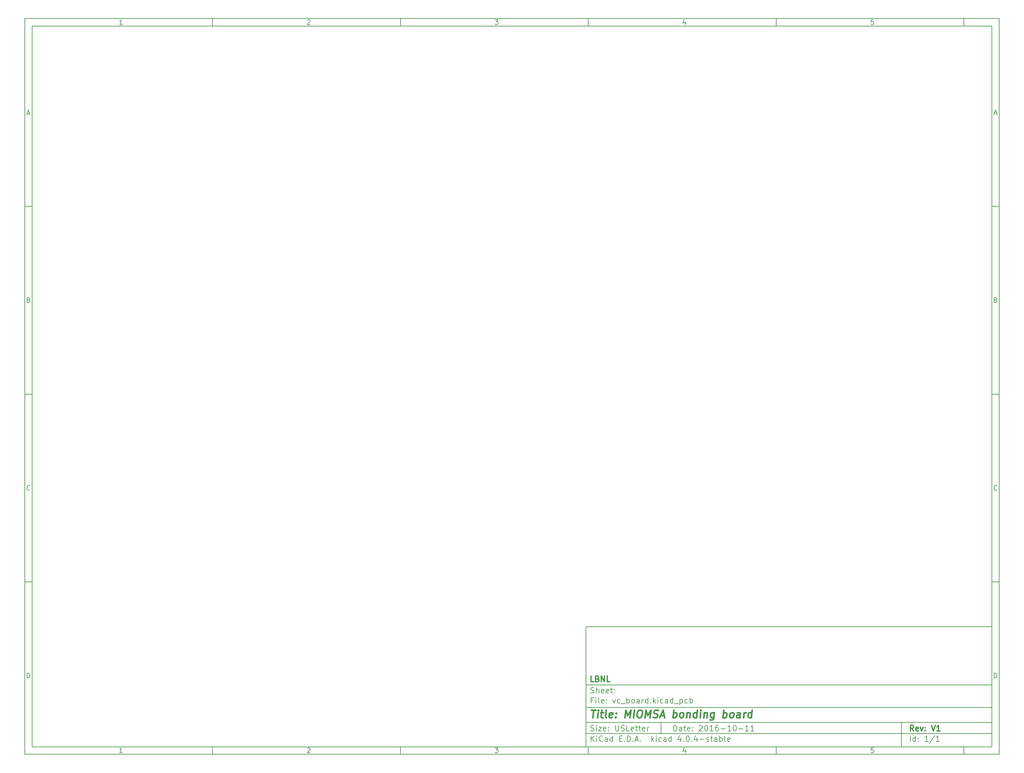
<source format=gbr>
G04 #@! TF.FileFunction,Paste,Bot*
%FSLAX46Y46*%
G04 Gerber Fmt 4.6, Leading zero omitted, Abs format (unit mm)*
G04 Created by KiCad (PCBNEW 4.0.4-stable) date 2016 October 17, Monday 14:47:50*
%MOMM*%
%LPD*%
G01*
G04 APERTURE LIST*
%ADD10C,0.100000*%
%ADD11C,0.150000*%
%ADD12C,0.300000*%
%ADD13C,0.400000*%
G04 APERTURE END LIST*
D10*
D11*
X159400000Y-171900000D02*
X159400000Y-203900000D01*
X267400000Y-203900000D01*
X267400000Y-171900000D01*
X159400000Y-171900000D01*
D10*
D11*
X10000000Y-10000000D02*
X10000000Y-205900000D01*
X269400000Y-205900000D01*
X269400000Y-10000000D01*
X10000000Y-10000000D01*
D10*
D11*
X12000000Y-12000000D02*
X12000000Y-203900000D01*
X267400000Y-203900000D01*
X267400000Y-12000000D01*
X12000000Y-12000000D01*
D10*
D11*
X60000000Y-12000000D02*
X60000000Y-10000000D01*
D10*
D11*
X110000000Y-12000000D02*
X110000000Y-10000000D01*
D10*
D11*
X160000000Y-12000000D02*
X160000000Y-10000000D01*
D10*
D11*
X210000000Y-12000000D02*
X210000000Y-10000000D01*
D10*
D11*
X260000000Y-12000000D02*
X260000000Y-10000000D01*
D10*
D11*
X35990476Y-11588095D02*
X35247619Y-11588095D01*
X35619048Y-11588095D02*
X35619048Y-10288095D01*
X35495238Y-10473810D01*
X35371429Y-10597619D01*
X35247619Y-10659524D01*
D10*
D11*
X85247619Y-10411905D02*
X85309524Y-10350000D01*
X85433333Y-10288095D01*
X85742857Y-10288095D01*
X85866667Y-10350000D01*
X85928571Y-10411905D01*
X85990476Y-10535714D01*
X85990476Y-10659524D01*
X85928571Y-10845238D01*
X85185714Y-11588095D01*
X85990476Y-11588095D01*
D10*
D11*
X135185714Y-10288095D02*
X135990476Y-10288095D01*
X135557143Y-10783333D01*
X135742857Y-10783333D01*
X135866667Y-10845238D01*
X135928571Y-10907143D01*
X135990476Y-11030952D01*
X135990476Y-11340476D01*
X135928571Y-11464286D01*
X135866667Y-11526190D01*
X135742857Y-11588095D01*
X135371429Y-11588095D01*
X135247619Y-11526190D01*
X135185714Y-11464286D01*
D10*
D11*
X185866667Y-10721429D02*
X185866667Y-11588095D01*
X185557143Y-10226190D02*
X185247619Y-11154762D01*
X186052381Y-11154762D01*
D10*
D11*
X235928571Y-10288095D02*
X235309524Y-10288095D01*
X235247619Y-10907143D01*
X235309524Y-10845238D01*
X235433333Y-10783333D01*
X235742857Y-10783333D01*
X235866667Y-10845238D01*
X235928571Y-10907143D01*
X235990476Y-11030952D01*
X235990476Y-11340476D01*
X235928571Y-11464286D01*
X235866667Y-11526190D01*
X235742857Y-11588095D01*
X235433333Y-11588095D01*
X235309524Y-11526190D01*
X235247619Y-11464286D01*
D10*
D11*
X60000000Y-203900000D02*
X60000000Y-205900000D01*
D10*
D11*
X110000000Y-203900000D02*
X110000000Y-205900000D01*
D10*
D11*
X160000000Y-203900000D02*
X160000000Y-205900000D01*
D10*
D11*
X210000000Y-203900000D02*
X210000000Y-205900000D01*
D10*
D11*
X260000000Y-203900000D02*
X260000000Y-205900000D01*
D10*
D11*
X35990476Y-205488095D02*
X35247619Y-205488095D01*
X35619048Y-205488095D02*
X35619048Y-204188095D01*
X35495238Y-204373810D01*
X35371429Y-204497619D01*
X35247619Y-204559524D01*
D10*
D11*
X85247619Y-204311905D02*
X85309524Y-204250000D01*
X85433333Y-204188095D01*
X85742857Y-204188095D01*
X85866667Y-204250000D01*
X85928571Y-204311905D01*
X85990476Y-204435714D01*
X85990476Y-204559524D01*
X85928571Y-204745238D01*
X85185714Y-205488095D01*
X85990476Y-205488095D01*
D10*
D11*
X135185714Y-204188095D02*
X135990476Y-204188095D01*
X135557143Y-204683333D01*
X135742857Y-204683333D01*
X135866667Y-204745238D01*
X135928571Y-204807143D01*
X135990476Y-204930952D01*
X135990476Y-205240476D01*
X135928571Y-205364286D01*
X135866667Y-205426190D01*
X135742857Y-205488095D01*
X135371429Y-205488095D01*
X135247619Y-205426190D01*
X135185714Y-205364286D01*
D10*
D11*
X185866667Y-204621429D02*
X185866667Y-205488095D01*
X185557143Y-204126190D02*
X185247619Y-205054762D01*
X186052381Y-205054762D01*
D10*
D11*
X235928571Y-204188095D02*
X235309524Y-204188095D01*
X235247619Y-204807143D01*
X235309524Y-204745238D01*
X235433333Y-204683333D01*
X235742857Y-204683333D01*
X235866667Y-204745238D01*
X235928571Y-204807143D01*
X235990476Y-204930952D01*
X235990476Y-205240476D01*
X235928571Y-205364286D01*
X235866667Y-205426190D01*
X235742857Y-205488095D01*
X235433333Y-205488095D01*
X235309524Y-205426190D01*
X235247619Y-205364286D01*
D10*
D11*
X10000000Y-60000000D02*
X12000000Y-60000000D01*
D10*
D11*
X10000000Y-110000000D02*
X12000000Y-110000000D01*
D10*
D11*
X10000000Y-160000000D02*
X12000000Y-160000000D01*
D10*
D11*
X10690476Y-35216667D02*
X11309524Y-35216667D01*
X10566667Y-35588095D02*
X11000000Y-34288095D01*
X11433333Y-35588095D01*
D10*
D11*
X11092857Y-84907143D02*
X11278571Y-84969048D01*
X11340476Y-85030952D01*
X11402381Y-85154762D01*
X11402381Y-85340476D01*
X11340476Y-85464286D01*
X11278571Y-85526190D01*
X11154762Y-85588095D01*
X10659524Y-85588095D01*
X10659524Y-84288095D01*
X11092857Y-84288095D01*
X11216667Y-84350000D01*
X11278571Y-84411905D01*
X11340476Y-84535714D01*
X11340476Y-84659524D01*
X11278571Y-84783333D01*
X11216667Y-84845238D01*
X11092857Y-84907143D01*
X10659524Y-84907143D01*
D10*
D11*
X11402381Y-135464286D02*
X11340476Y-135526190D01*
X11154762Y-135588095D01*
X11030952Y-135588095D01*
X10845238Y-135526190D01*
X10721429Y-135402381D01*
X10659524Y-135278571D01*
X10597619Y-135030952D01*
X10597619Y-134845238D01*
X10659524Y-134597619D01*
X10721429Y-134473810D01*
X10845238Y-134350000D01*
X11030952Y-134288095D01*
X11154762Y-134288095D01*
X11340476Y-134350000D01*
X11402381Y-134411905D01*
D10*
D11*
X10659524Y-185588095D02*
X10659524Y-184288095D01*
X10969048Y-184288095D01*
X11154762Y-184350000D01*
X11278571Y-184473810D01*
X11340476Y-184597619D01*
X11402381Y-184845238D01*
X11402381Y-185030952D01*
X11340476Y-185278571D01*
X11278571Y-185402381D01*
X11154762Y-185526190D01*
X10969048Y-185588095D01*
X10659524Y-185588095D01*
D10*
D11*
X269400000Y-60000000D02*
X267400000Y-60000000D01*
D10*
D11*
X269400000Y-110000000D02*
X267400000Y-110000000D01*
D10*
D11*
X269400000Y-160000000D02*
X267400000Y-160000000D01*
D10*
D11*
X268090476Y-35216667D02*
X268709524Y-35216667D01*
X267966667Y-35588095D02*
X268400000Y-34288095D01*
X268833333Y-35588095D01*
D10*
D11*
X268492857Y-84907143D02*
X268678571Y-84969048D01*
X268740476Y-85030952D01*
X268802381Y-85154762D01*
X268802381Y-85340476D01*
X268740476Y-85464286D01*
X268678571Y-85526190D01*
X268554762Y-85588095D01*
X268059524Y-85588095D01*
X268059524Y-84288095D01*
X268492857Y-84288095D01*
X268616667Y-84350000D01*
X268678571Y-84411905D01*
X268740476Y-84535714D01*
X268740476Y-84659524D01*
X268678571Y-84783333D01*
X268616667Y-84845238D01*
X268492857Y-84907143D01*
X268059524Y-84907143D01*
D10*
D11*
X268802381Y-135464286D02*
X268740476Y-135526190D01*
X268554762Y-135588095D01*
X268430952Y-135588095D01*
X268245238Y-135526190D01*
X268121429Y-135402381D01*
X268059524Y-135278571D01*
X267997619Y-135030952D01*
X267997619Y-134845238D01*
X268059524Y-134597619D01*
X268121429Y-134473810D01*
X268245238Y-134350000D01*
X268430952Y-134288095D01*
X268554762Y-134288095D01*
X268740476Y-134350000D01*
X268802381Y-134411905D01*
D10*
D11*
X268059524Y-185588095D02*
X268059524Y-184288095D01*
X268369048Y-184288095D01*
X268554762Y-184350000D01*
X268678571Y-184473810D01*
X268740476Y-184597619D01*
X268802381Y-184845238D01*
X268802381Y-185030952D01*
X268740476Y-185278571D01*
X268678571Y-185402381D01*
X268554762Y-185526190D01*
X268369048Y-185588095D01*
X268059524Y-185588095D01*
D10*
D11*
X182757143Y-199678571D02*
X182757143Y-198178571D01*
X183114286Y-198178571D01*
X183328571Y-198250000D01*
X183471429Y-198392857D01*
X183542857Y-198535714D01*
X183614286Y-198821429D01*
X183614286Y-199035714D01*
X183542857Y-199321429D01*
X183471429Y-199464286D01*
X183328571Y-199607143D01*
X183114286Y-199678571D01*
X182757143Y-199678571D01*
X184900000Y-199678571D02*
X184900000Y-198892857D01*
X184828571Y-198750000D01*
X184685714Y-198678571D01*
X184400000Y-198678571D01*
X184257143Y-198750000D01*
X184900000Y-199607143D02*
X184757143Y-199678571D01*
X184400000Y-199678571D01*
X184257143Y-199607143D01*
X184185714Y-199464286D01*
X184185714Y-199321429D01*
X184257143Y-199178571D01*
X184400000Y-199107143D01*
X184757143Y-199107143D01*
X184900000Y-199035714D01*
X185400000Y-198678571D02*
X185971429Y-198678571D01*
X185614286Y-198178571D02*
X185614286Y-199464286D01*
X185685714Y-199607143D01*
X185828572Y-199678571D01*
X185971429Y-199678571D01*
X187042857Y-199607143D02*
X186900000Y-199678571D01*
X186614286Y-199678571D01*
X186471429Y-199607143D01*
X186400000Y-199464286D01*
X186400000Y-198892857D01*
X186471429Y-198750000D01*
X186614286Y-198678571D01*
X186900000Y-198678571D01*
X187042857Y-198750000D01*
X187114286Y-198892857D01*
X187114286Y-199035714D01*
X186400000Y-199178571D01*
X187757143Y-199535714D02*
X187828571Y-199607143D01*
X187757143Y-199678571D01*
X187685714Y-199607143D01*
X187757143Y-199535714D01*
X187757143Y-199678571D01*
X187757143Y-198750000D02*
X187828571Y-198821429D01*
X187757143Y-198892857D01*
X187685714Y-198821429D01*
X187757143Y-198750000D01*
X187757143Y-198892857D01*
X189542857Y-198321429D02*
X189614286Y-198250000D01*
X189757143Y-198178571D01*
X190114286Y-198178571D01*
X190257143Y-198250000D01*
X190328572Y-198321429D01*
X190400000Y-198464286D01*
X190400000Y-198607143D01*
X190328572Y-198821429D01*
X189471429Y-199678571D01*
X190400000Y-199678571D01*
X191328571Y-198178571D02*
X191471428Y-198178571D01*
X191614285Y-198250000D01*
X191685714Y-198321429D01*
X191757143Y-198464286D01*
X191828571Y-198750000D01*
X191828571Y-199107143D01*
X191757143Y-199392857D01*
X191685714Y-199535714D01*
X191614285Y-199607143D01*
X191471428Y-199678571D01*
X191328571Y-199678571D01*
X191185714Y-199607143D01*
X191114285Y-199535714D01*
X191042857Y-199392857D01*
X190971428Y-199107143D01*
X190971428Y-198750000D01*
X191042857Y-198464286D01*
X191114285Y-198321429D01*
X191185714Y-198250000D01*
X191328571Y-198178571D01*
X193257142Y-199678571D02*
X192399999Y-199678571D01*
X192828571Y-199678571D02*
X192828571Y-198178571D01*
X192685714Y-198392857D01*
X192542856Y-198535714D01*
X192399999Y-198607143D01*
X194542856Y-198178571D02*
X194257142Y-198178571D01*
X194114285Y-198250000D01*
X194042856Y-198321429D01*
X193899999Y-198535714D01*
X193828570Y-198821429D01*
X193828570Y-199392857D01*
X193899999Y-199535714D01*
X193971427Y-199607143D01*
X194114285Y-199678571D01*
X194399999Y-199678571D01*
X194542856Y-199607143D01*
X194614285Y-199535714D01*
X194685713Y-199392857D01*
X194685713Y-199035714D01*
X194614285Y-198892857D01*
X194542856Y-198821429D01*
X194399999Y-198750000D01*
X194114285Y-198750000D01*
X193971427Y-198821429D01*
X193899999Y-198892857D01*
X193828570Y-199035714D01*
X195328570Y-199107143D02*
X196471427Y-199107143D01*
X197971427Y-199678571D02*
X197114284Y-199678571D01*
X197542856Y-199678571D02*
X197542856Y-198178571D01*
X197399999Y-198392857D01*
X197257141Y-198535714D01*
X197114284Y-198607143D01*
X198899998Y-198178571D02*
X199042855Y-198178571D01*
X199185712Y-198250000D01*
X199257141Y-198321429D01*
X199328570Y-198464286D01*
X199399998Y-198750000D01*
X199399998Y-199107143D01*
X199328570Y-199392857D01*
X199257141Y-199535714D01*
X199185712Y-199607143D01*
X199042855Y-199678571D01*
X198899998Y-199678571D01*
X198757141Y-199607143D01*
X198685712Y-199535714D01*
X198614284Y-199392857D01*
X198542855Y-199107143D01*
X198542855Y-198750000D01*
X198614284Y-198464286D01*
X198685712Y-198321429D01*
X198757141Y-198250000D01*
X198899998Y-198178571D01*
X200042855Y-199107143D02*
X201185712Y-199107143D01*
X202685712Y-199678571D02*
X201828569Y-199678571D01*
X202257141Y-199678571D02*
X202257141Y-198178571D01*
X202114284Y-198392857D01*
X201971426Y-198535714D01*
X201828569Y-198607143D01*
X204114283Y-199678571D02*
X203257140Y-199678571D01*
X203685712Y-199678571D02*
X203685712Y-198178571D01*
X203542855Y-198392857D01*
X203399997Y-198535714D01*
X203257140Y-198607143D01*
D10*
D11*
X159400000Y-200400000D02*
X267400000Y-200400000D01*
D10*
D11*
X160757143Y-202478571D02*
X160757143Y-200978571D01*
X161614286Y-202478571D02*
X160971429Y-201621429D01*
X161614286Y-200978571D02*
X160757143Y-201835714D01*
X162257143Y-202478571D02*
X162257143Y-201478571D01*
X162257143Y-200978571D02*
X162185714Y-201050000D01*
X162257143Y-201121429D01*
X162328571Y-201050000D01*
X162257143Y-200978571D01*
X162257143Y-201121429D01*
X163828572Y-202335714D02*
X163757143Y-202407143D01*
X163542857Y-202478571D01*
X163400000Y-202478571D01*
X163185715Y-202407143D01*
X163042857Y-202264286D01*
X162971429Y-202121429D01*
X162900000Y-201835714D01*
X162900000Y-201621429D01*
X162971429Y-201335714D01*
X163042857Y-201192857D01*
X163185715Y-201050000D01*
X163400000Y-200978571D01*
X163542857Y-200978571D01*
X163757143Y-201050000D01*
X163828572Y-201121429D01*
X165114286Y-202478571D02*
X165114286Y-201692857D01*
X165042857Y-201550000D01*
X164900000Y-201478571D01*
X164614286Y-201478571D01*
X164471429Y-201550000D01*
X165114286Y-202407143D02*
X164971429Y-202478571D01*
X164614286Y-202478571D01*
X164471429Y-202407143D01*
X164400000Y-202264286D01*
X164400000Y-202121429D01*
X164471429Y-201978571D01*
X164614286Y-201907143D01*
X164971429Y-201907143D01*
X165114286Y-201835714D01*
X166471429Y-202478571D02*
X166471429Y-200978571D01*
X166471429Y-202407143D02*
X166328572Y-202478571D01*
X166042858Y-202478571D01*
X165900000Y-202407143D01*
X165828572Y-202335714D01*
X165757143Y-202192857D01*
X165757143Y-201764286D01*
X165828572Y-201621429D01*
X165900000Y-201550000D01*
X166042858Y-201478571D01*
X166328572Y-201478571D01*
X166471429Y-201550000D01*
X168328572Y-201692857D02*
X168828572Y-201692857D01*
X169042858Y-202478571D02*
X168328572Y-202478571D01*
X168328572Y-200978571D01*
X169042858Y-200978571D01*
X169685715Y-202335714D02*
X169757143Y-202407143D01*
X169685715Y-202478571D01*
X169614286Y-202407143D01*
X169685715Y-202335714D01*
X169685715Y-202478571D01*
X170400001Y-202478571D02*
X170400001Y-200978571D01*
X170757144Y-200978571D01*
X170971429Y-201050000D01*
X171114287Y-201192857D01*
X171185715Y-201335714D01*
X171257144Y-201621429D01*
X171257144Y-201835714D01*
X171185715Y-202121429D01*
X171114287Y-202264286D01*
X170971429Y-202407143D01*
X170757144Y-202478571D01*
X170400001Y-202478571D01*
X171900001Y-202335714D02*
X171971429Y-202407143D01*
X171900001Y-202478571D01*
X171828572Y-202407143D01*
X171900001Y-202335714D01*
X171900001Y-202478571D01*
X172542858Y-202050000D02*
X173257144Y-202050000D01*
X172400001Y-202478571D02*
X172900001Y-200978571D01*
X173400001Y-202478571D01*
X173900001Y-202335714D02*
X173971429Y-202407143D01*
X173900001Y-202478571D01*
X173828572Y-202407143D01*
X173900001Y-202335714D01*
X173900001Y-202478571D01*
X176900001Y-202478571D02*
X176900001Y-200978571D01*
X177042858Y-201907143D02*
X177471429Y-202478571D01*
X177471429Y-201478571D02*
X176900001Y-202050000D01*
X178114287Y-202478571D02*
X178114287Y-201478571D01*
X178114287Y-200978571D02*
X178042858Y-201050000D01*
X178114287Y-201121429D01*
X178185715Y-201050000D01*
X178114287Y-200978571D01*
X178114287Y-201121429D01*
X179471430Y-202407143D02*
X179328573Y-202478571D01*
X179042859Y-202478571D01*
X178900001Y-202407143D01*
X178828573Y-202335714D01*
X178757144Y-202192857D01*
X178757144Y-201764286D01*
X178828573Y-201621429D01*
X178900001Y-201550000D01*
X179042859Y-201478571D01*
X179328573Y-201478571D01*
X179471430Y-201550000D01*
X180757144Y-202478571D02*
X180757144Y-201692857D01*
X180685715Y-201550000D01*
X180542858Y-201478571D01*
X180257144Y-201478571D01*
X180114287Y-201550000D01*
X180757144Y-202407143D02*
X180614287Y-202478571D01*
X180257144Y-202478571D01*
X180114287Y-202407143D01*
X180042858Y-202264286D01*
X180042858Y-202121429D01*
X180114287Y-201978571D01*
X180257144Y-201907143D01*
X180614287Y-201907143D01*
X180757144Y-201835714D01*
X182114287Y-202478571D02*
X182114287Y-200978571D01*
X182114287Y-202407143D02*
X181971430Y-202478571D01*
X181685716Y-202478571D01*
X181542858Y-202407143D01*
X181471430Y-202335714D01*
X181400001Y-202192857D01*
X181400001Y-201764286D01*
X181471430Y-201621429D01*
X181542858Y-201550000D01*
X181685716Y-201478571D01*
X181971430Y-201478571D01*
X182114287Y-201550000D01*
X184614287Y-201478571D02*
X184614287Y-202478571D01*
X184257144Y-200907143D02*
X183900001Y-201978571D01*
X184828573Y-201978571D01*
X185400001Y-202335714D02*
X185471429Y-202407143D01*
X185400001Y-202478571D01*
X185328572Y-202407143D01*
X185400001Y-202335714D01*
X185400001Y-202478571D01*
X186400001Y-200978571D02*
X186542858Y-200978571D01*
X186685715Y-201050000D01*
X186757144Y-201121429D01*
X186828573Y-201264286D01*
X186900001Y-201550000D01*
X186900001Y-201907143D01*
X186828573Y-202192857D01*
X186757144Y-202335714D01*
X186685715Y-202407143D01*
X186542858Y-202478571D01*
X186400001Y-202478571D01*
X186257144Y-202407143D01*
X186185715Y-202335714D01*
X186114287Y-202192857D01*
X186042858Y-201907143D01*
X186042858Y-201550000D01*
X186114287Y-201264286D01*
X186185715Y-201121429D01*
X186257144Y-201050000D01*
X186400001Y-200978571D01*
X187542858Y-202335714D02*
X187614286Y-202407143D01*
X187542858Y-202478571D01*
X187471429Y-202407143D01*
X187542858Y-202335714D01*
X187542858Y-202478571D01*
X188900001Y-201478571D02*
X188900001Y-202478571D01*
X188542858Y-200907143D02*
X188185715Y-201978571D01*
X189114287Y-201978571D01*
X189685715Y-201907143D02*
X190828572Y-201907143D01*
X191471429Y-202407143D02*
X191614286Y-202478571D01*
X191900001Y-202478571D01*
X192042858Y-202407143D01*
X192114286Y-202264286D01*
X192114286Y-202192857D01*
X192042858Y-202050000D01*
X191900001Y-201978571D01*
X191685715Y-201978571D01*
X191542858Y-201907143D01*
X191471429Y-201764286D01*
X191471429Y-201692857D01*
X191542858Y-201550000D01*
X191685715Y-201478571D01*
X191900001Y-201478571D01*
X192042858Y-201550000D01*
X192542858Y-201478571D02*
X193114287Y-201478571D01*
X192757144Y-200978571D02*
X192757144Y-202264286D01*
X192828572Y-202407143D01*
X192971430Y-202478571D01*
X193114287Y-202478571D01*
X194257144Y-202478571D02*
X194257144Y-201692857D01*
X194185715Y-201550000D01*
X194042858Y-201478571D01*
X193757144Y-201478571D01*
X193614287Y-201550000D01*
X194257144Y-202407143D02*
X194114287Y-202478571D01*
X193757144Y-202478571D01*
X193614287Y-202407143D01*
X193542858Y-202264286D01*
X193542858Y-202121429D01*
X193614287Y-201978571D01*
X193757144Y-201907143D01*
X194114287Y-201907143D01*
X194257144Y-201835714D01*
X194971430Y-202478571D02*
X194971430Y-200978571D01*
X194971430Y-201550000D02*
X195114287Y-201478571D01*
X195400001Y-201478571D01*
X195542858Y-201550000D01*
X195614287Y-201621429D01*
X195685716Y-201764286D01*
X195685716Y-202192857D01*
X195614287Y-202335714D01*
X195542858Y-202407143D01*
X195400001Y-202478571D01*
X195114287Y-202478571D01*
X194971430Y-202407143D01*
X196542859Y-202478571D02*
X196400001Y-202407143D01*
X196328573Y-202264286D01*
X196328573Y-200978571D01*
X197685715Y-202407143D02*
X197542858Y-202478571D01*
X197257144Y-202478571D01*
X197114287Y-202407143D01*
X197042858Y-202264286D01*
X197042858Y-201692857D01*
X197114287Y-201550000D01*
X197257144Y-201478571D01*
X197542858Y-201478571D01*
X197685715Y-201550000D01*
X197757144Y-201692857D01*
X197757144Y-201835714D01*
X197042858Y-201978571D01*
D10*
D11*
X159400000Y-197400000D02*
X267400000Y-197400000D01*
D10*
D12*
X246614286Y-199678571D02*
X246114286Y-198964286D01*
X245757143Y-199678571D02*
X245757143Y-198178571D01*
X246328571Y-198178571D01*
X246471429Y-198250000D01*
X246542857Y-198321429D01*
X246614286Y-198464286D01*
X246614286Y-198678571D01*
X246542857Y-198821429D01*
X246471429Y-198892857D01*
X246328571Y-198964286D01*
X245757143Y-198964286D01*
X247828571Y-199607143D02*
X247685714Y-199678571D01*
X247400000Y-199678571D01*
X247257143Y-199607143D01*
X247185714Y-199464286D01*
X247185714Y-198892857D01*
X247257143Y-198750000D01*
X247400000Y-198678571D01*
X247685714Y-198678571D01*
X247828571Y-198750000D01*
X247900000Y-198892857D01*
X247900000Y-199035714D01*
X247185714Y-199178571D01*
X248400000Y-198678571D02*
X248757143Y-199678571D01*
X249114285Y-198678571D01*
X249685714Y-199535714D02*
X249757142Y-199607143D01*
X249685714Y-199678571D01*
X249614285Y-199607143D01*
X249685714Y-199535714D01*
X249685714Y-199678571D01*
X249685714Y-198750000D02*
X249757142Y-198821429D01*
X249685714Y-198892857D01*
X249614285Y-198821429D01*
X249685714Y-198750000D01*
X249685714Y-198892857D01*
X251328571Y-198178571D02*
X251828571Y-199678571D01*
X252328571Y-198178571D01*
X253614285Y-199678571D02*
X252757142Y-199678571D01*
X253185714Y-199678571D02*
X253185714Y-198178571D01*
X253042857Y-198392857D01*
X252899999Y-198535714D01*
X252757142Y-198607143D01*
D10*
D11*
X160685714Y-199607143D02*
X160900000Y-199678571D01*
X161257143Y-199678571D01*
X161400000Y-199607143D01*
X161471429Y-199535714D01*
X161542857Y-199392857D01*
X161542857Y-199250000D01*
X161471429Y-199107143D01*
X161400000Y-199035714D01*
X161257143Y-198964286D01*
X160971429Y-198892857D01*
X160828571Y-198821429D01*
X160757143Y-198750000D01*
X160685714Y-198607143D01*
X160685714Y-198464286D01*
X160757143Y-198321429D01*
X160828571Y-198250000D01*
X160971429Y-198178571D01*
X161328571Y-198178571D01*
X161542857Y-198250000D01*
X162185714Y-199678571D02*
X162185714Y-198678571D01*
X162185714Y-198178571D02*
X162114285Y-198250000D01*
X162185714Y-198321429D01*
X162257142Y-198250000D01*
X162185714Y-198178571D01*
X162185714Y-198321429D01*
X162757143Y-198678571D02*
X163542857Y-198678571D01*
X162757143Y-199678571D01*
X163542857Y-199678571D01*
X164685714Y-199607143D02*
X164542857Y-199678571D01*
X164257143Y-199678571D01*
X164114286Y-199607143D01*
X164042857Y-199464286D01*
X164042857Y-198892857D01*
X164114286Y-198750000D01*
X164257143Y-198678571D01*
X164542857Y-198678571D01*
X164685714Y-198750000D01*
X164757143Y-198892857D01*
X164757143Y-199035714D01*
X164042857Y-199178571D01*
X165400000Y-199535714D02*
X165471428Y-199607143D01*
X165400000Y-199678571D01*
X165328571Y-199607143D01*
X165400000Y-199535714D01*
X165400000Y-199678571D01*
X165400000Y-198750000D02*
X165471428Y-198821429D01*
X165400000Y-198892857D01*
X165328571Y-198821429D01*
X165400000Y-198750000D01*
X165400000Y-198892857D01*
X167257143Y-198178571D02*
X167257143Y-199392857D01*
X167328571Y-199535714D01*
X167400000Y-199607143D01*
X167542857Y-199678571D01*
X167828571Y-199678571D01*
X167971429Y-199607143D01*
X168042857Y-199535714D01*
X168114286Y-199392857D01*
X168114286Y-198178571D01*
X168757143Y-199607143D02*
X168971429Y-199678571D01*
X169328572Y-199678571D01*
X169471429Y-199607143D01*
X169542858Y-199535714D01*
X169614286Y-199392857D01*
X169614286Y-199250000D01*
X169542858Y-199107143D01*
X169471429Y-199035714D01*
X169328572Y-198964286D01*
X169042858Y-198892857D01*
X168900000Y-198821429D01*
X168828572Y-198750000D01*
X168757143Y-198607143D01*
X168757143Y-198464286D01*
X168828572Y-198321429D01*
X168900000Y-198250000D01*
X169042858Y-198178571D01*
X169400000Y-198178571D01*
X169614286Y-198250000D01*
X170971429Y-199678571D02*
X170257143Y-199678571D01*
X170257143Y-198178571D01*
X172042857Y-199607143D02*
X171900000Y-199678571D01*
X171614286Y-199678571D01*
X171471429Y-199607143D01*
X171400000Y-199464286D01*
X171400000Y-198892857D01*
X171471429Y-198750000D01*
X171614286Y-198678571D01*
X171900000Y-198678571D01*
X172042857Y-198750000D01*
X172114286Y-198892857D01*
X172114286Y-199035714D01*
X171400000Y-199178571D01*
X172542857Y-198678571D02*
X173114286Y-198678571D01*
X172757143Y-198178571D02*
X172757143Y-199464286D01*
X172828571Y-199607143D01*
X172971429Y-199678571D01*
X173114286Y-199678571D01*
X173400000Y-198678571D02*
X173971429Y-198678571D01*
X173614286Y-198178571D02*
X173614286Y-199464286D01*
X173685714Y-199607143D01*
X173828572Y-199678571D01*
X173971429Y-199678571D01*
X175042857Y-199607143D02*
X174900000Y-199678571D01*
X174614286Y-199678571D01*
X174471429Y-199607143D01*
X174400000Y-199464286D01*
X174400000Y-198892857D01*
X174471429Y-198750000D01*
X174614286Y-198678571D01*
X174900000Y-198678571D01*
X175042857Y-198750000D01*
X175114286Y-198892857D01*
X175114286Y-199035714D01*
X174400000Y-199178571D01*
X175757143Y-199678571D02*
X175757143Y-198678571D01*
X175757143Y-198964286D02*
X175828571Y-198821429D01*
X175900000Y-198750000D01*
X176042857Y-198678571D01*
X176185714Y-198678571D01*
D10*
D11*
X245757143Y-202478571D02*
X245757143Y-200978571D01*
X247114286Y-202478571D02*
X247114286Y-200978571D01*
X247114286Y-202407143D02*
X246971429Y-202478571D01*
X246685715Y-202478571D01*
X246542857Y-202407143D01*
X246471429Y-202335714D01*
X246400000Y-202192857D01*
X246400000Y-201764286D01*
X246471429Y-201621429D01*
X246542857Y-201550000D01*
X246685715Y-201478571D01*
X246971429Y-201478571D01*
X247114286Y-201550000D01*
X247828572Y-202335714D02*
X247900000Y-202407143D01*
X247828572Y-202478571D01*
X247757143Y-202407143D01*
X247828572Y-202335714D01*
X247828572Y-202478571D01*
X247828572Y-201550000D02*
X247900000Y-201621429D01*
X247828572Y-201692857D01*
X247757143Y-201621429D01*
X247828572Y-201550000D01*
X247828572Y-201692857D01*
X250471429Y-202478571D02*
X249614286Y-202478571D01*
X250042858Y-202478571D02*
X250042858Y-200978571D01*
X249900001Y-201192857D01*
X249757143Y-201335714D01*
X249614286Y-201407143D01*
X252185714Y-200907143D02*
X250900000Y-202835714D01*
X253471429Y-202478571D02*
X252614286Y-202478571D01*
X253042858Y-202478571D02*
X253042858Y-200978571D01*
X252900001Y-201192857D01*
X252757143Y-201335714D01*
X252614286Y-201407143D01*
D10*
D11*
X159400000Y-193400000D02*
X267400000Y-193400000D01*
D10*
D13*
X160852381Y-194104762D02*
X161995238Y-194104762D01*
X161173810Y-196104762D02*
X161423810Y-194104762D01*
X162411905Y-196104762D02*
X162578571Y-194771429D01*
X162661905Y-194104762D02*
X162554762Y-194200000D01*
X162638095Y-194295238D01*
X162745239Y-194200000D01*
X162661905Y-194104762D01*
X162638095Y-194295238D01*
X163245238Y-194771429D02*
X164007143Y-194771429D01*
X163614286Y-194104762D02*
X163400000Y-195819048D01*
X163471430Y-196009524D01*
X163650001Y-196104762D01*
X163840477Y-196104762D01*
X164792858Y-196104762D02*
X164614287Y-196009524D01*
X164542857Y-195819048D01*
X164757143Y-194104762D01*
X166328572Y-196009524D02*
X166126191Y-196104762D01*
X165745239Y-196104762D01*
X165566667Y-196009524D01*
X165495238Y-195819048D01*
X165590476Y-195057143D01*
X165709524Y-194866667D01*
X165911905Y-194771429D01*
X166292857Y-194771429D01*
X166471429Y-194866667D01*
X166542857Y-195057143D01*
X166519048Y-195247619D01*
X165542857Y-195438095D01*
X167292857Y-195914286D02*
X167376192Y-196009524D01*
X167269048Y-196104762D01*
X167185715Y-196009524D01*
X167292857Y-195914286D01*
X167269048Y-196104762D01*
X167423810Y-194866667D02*
X167507144Y-194961905D01*
X167400000Y-195057143D01*
X167316667Y-194961905D01*
X167423810Y-194866667D01*
X167400000Y-195057143D01*
X169745239Y-196104762D02*
X169995239Y-194104762D01*
X170483334Y-195533333D01*
X171328573Y-194104762D01*
X171078573Y-196104762D01*
X172030953Y-196104762D02*
X172280953Y-194104762D01*
X173614287Y-194104762D02*
X173995239Y-194104762D01*
X174173810Y-194200000D01*
X174340478Y-194390476D01*
X174388096Y-194771429D01*
X174304763Y-195438095D01*
X174161906Y-195819048D01*
X173947620Y-196009524D01*
X173745239Y-196104762D01*
X173364287Y-196104762D01*
X173185716Y-196009524D01*
X173019048Y-195819048D01*
X172971429Y-195438095D01*
X173054762Y-194771429D01*
X173197620Y-194390476D01*
X173411906Y-194200000D01*
X173614287Y-194104762D01*
X175078572Y-196104762D02*
X175328572Y-194104762D01*
X175816667Y-195533333D01*
X176661906Y-194104762D01*
X176411906Y-196104762D01*
X177280953Y-196009524D02*
X177554763Y-196104762D01*
X178030953Y-196104762D01*
X178233334Y-196009524D01*
X178340476Y-195914286D01*
X178459525Y-195723810D01*
X178483334Y-195533333D01*
X178411905Y-195342857D01*
X178328572Y-195247619D01*
X178150000Y-195152381D01*
X177780953Y-195057143D01*
X177602382Y-194961905D01*
X177519048Y-194866667D01*
X177447619Y-194676190D01*
X177471429Y-194485714D01*
X177590476Y-194295238D01*
X177697620Y-194200000D01*
X177900001Y-194104762D01*
X178376191Y-194104762D01*
X178650001Y-194200000D01*
X179245238Y-195533333D02*
X180197619Y-195533333D01*
X178983334Y-196104762D02*
X179900001Y-194104762D01*
X180316668Y-196104762D01*
X182507144Y-196104762D02*
X182757144Y-194104762D01*
X182661906Y-194866667D02*
X182864287Y-194771429D01*
X183245239Y-194771429D01*
X183423811Y-194866667D01*
X183507144Y-194961905D01*
X183578572Y-195152381D01*
X183507144Y-195723810D01*
X183388096Y-195914286D01*
X183280954Y-196009524D01*
X183078573Y-196104762D01*
X182697621Y-196104762D01*
X182519049Y-196009524D01*
X184602383Y-196104762D02*
X184423812Y-196009524D01*
X184340477Y-195914286D01*
X184269049Y-195723810D01*
X184340477Y-195152381D01*
X184459525Y-194961905D01*
X184566669Y-194866667D01*
X184769049Y-194771429D01*
X185054763Y-194771429D01*
X185233335Y-194866667D01*
X185316668Y-194961905D01*
X185388096Y-195152381D01*
X185316668Y-195723810D01*
X185197620Y-195914286D01*
X185090478Y-196009524D01*
X184888097Y-196104762D01*
X184602383Y-196104762D01*
X186292858Y-194771429D02*
X186126192Y-196104762D01*
X186269049Y-194961905D02*
X186376193Y-194866667D01*
X186578573Y-194771429D01*
X186864287Y-194771429D01*
X187042859Y-194866667D01*
X187114287Y-195057143D01*
X186983335Y-196104762D01*
X188792859Y-196104762D02*
X189042859Y-194104762D01*
X188804764Y-196009524D02*
X188602383Y-196104762D01*
X188221431Y-196104762D01*
X188042860Y-196009524D01*
X187959525Y-195914286D01*
X187888097Y-195723810D01*
X187959525Y-195152381D01*
X188078573Y-194961905D01*
X188185717Y-194866667D01*
X188388097Y-194771429D01*
X188769049Y-194771429D01*
X188947621Y-194866667D01*
X189745240Y-196104762D02*
X189911906Y-194771429D01*
X189995240Y-194104762D02*
X189888097Y-194200000D01*
X189971430Y-194295238D01*
X190078574Y-194200000D01*
X189995240Y-194104762D01*
X189971430Y-194295238D01*
X190864287Y-194771429D02*
X190697621Y-196104762D01*
X190840478Y-194961905D02*
X190947622Y-194866667D01*
X191150002Y-194771429D01*
X191435716Y-194771429D01*
X191614288Y-194866667D01*
X191685716Y-195057143D01*
X191554764Y-196104762D01*
X193530954Y-194771429D02*
X193328573Y-196390476D01*
X193209526Y-196580952D01*
X193102383Y-196676190D01*
X192900002Y-196771429D01*
X192614288Y-196771429D01*
X192435716Y-196676190D01*
X193376193Y-196009524D02*
X193173812Y-196104762D01*
X192792860Y-196104762D01*
X192614289Y-196009524D01*
X192530954Y-195914286D01*
X192459526Y-195723810D01*
X192530954Y-195152381D01*
X192650002Y-194961905D01*
X192757146Y-194866667D01*
X192959526Y-194771429D01*
X193340478Y-194771429D01*
X193519050Y-194866667D01*
X195840479Y-196104762D02*
X196090479Y-194104762D01*
X195995241Y-194866667D02*
X196197622Y-194771429D01*
X196578574Y-194771429D01*
X196757146Y-194866667D01*
X196840479Y-194961905D01*
X196911907Y-195152381D01*
X196840479Y-195723810D01*
X196721431Y-195914286D01*
X196614289Y-196009524D01*
X196411908Y-196104762D01*
X196030956Y-196104762D01*
X195852384Y-196009524D01*
X197935718Y-196104762D02*
X197757147Y-196009524D01*
X197673812Y-195914286D01*
X197602384Y-195723810D01*
X197673812Y-195152381D01*
X197792860Y-194961905D01*
X197900004Y-194866667D01*
X198102384Y-194771429D01*
X198388098Y-194771429D01*
X198566670Y-194866667D01*
X198650003Y-194961905D01*
X198721431Y-195152381D01*
X198650003Y-195723810D01*
X198530955Y-195914286D01*
X198423813Y-196009524D01*
X198221432Y-196104762D01*
X197935718Y-196104762D01*
X200316670Y-196104762D02*
X200447622Y-195057143D01*
X200376194Y-194866667D01*
X200197622Y-194771429D01*
X199816670Y-194771429D01*
X199614289Y-194866667D01*
X200328575Y-196009524D02*
X200126194Y-196104762D01*
X199650004Y-196104762D01*
X199471432Y-196009524D01*
X199400003Y-195819048D01*
X199423813Y-195628571D01*
X199542860Y-195438095D01*
X199745242Y-195342857D01*
X200221432Y-195342857D01*
X200423813Y-195247619D01*
X201269051Y-196104762D02*
X201435717Y-194771429D01*
X201388098Y-195152381D02*
X201507147Y-194961905D01*
X201614290Y-194866667D01*
X201816670Y-194771429D01*
X202007146Y-194771429D01*
X203364289Y-196104762D02*
X203614289Y-194104762D01*
X203376194Y-196009524D02*
X203173813Y-196104762D01*
X202792861Y-196104762D01*
X202614290Y-196009524D01*
X202530955Y-195914286D01*
X202459527Y-195723810D01*
X202530955Y-195152381D01*
X202650003Y-194961905D01*
X202757147Y-194866667D01*
X202959527Y-194771429D01*
X203340479Y-194771429D01*
X203519051Y-194866667D01*
D10*
D11*
X161257143Y-191492857D02*
X160757143Y-191492857D01*
X160757143Y-192278571D02*
X160757143Y-190778571D01*
X161471429Y-190778571D01*
X162042857Y-192278571D02*
X162042857Y-191278571D01*
X162042857Y-190778571D02*
X161971428Y-190850000D01*
X162042857Y-190921429D01*
X162114285Y-190850000D01*
X162042857Y-190778571D01*
X162042857Y-190921429D01*
X162971429Y-192278571D02*
X162828571Y-192207143D01*
X162757143Y-192064286D01*
X162757143Y-190778571D01*
X164114285Y-192207143D02*
X163971428Y-192278571D01*
X163685714Y-192278571D01*
X163542857Y-192207143D01*
X163471428Y-192064286D01*
X163471428Y-191492857D01*
X163542857Y-191350000D01*
X163685714Y-191278571D01*
X163971428Y-191278571D01*
X164114285Y-191350000D01*
X164185714Y-191492857D01*
X164185714Y-191635714D01*
X163471428Y-191778571D01*
X164828571Y-192135714D02*
X164899999Y-192207143D01*
X164828571Y-192278571D01*
X164757142Y-192207143D01*
X164828571Y-192135714D01*
X164828571Y-192278571D01*
X164828571Y-191350000D02*
X164899999Y-191421429D01*
X164828571Y-191492857D01*
X164757142Y-191421429D01*
X164828571Y-191350000D01*
X164828571Y-191492857D01*
X166542857Y-191278571D02*
X166900000Y-192278571D01*
X167257142Y-191278571D01*
X168471428Y-192207143D02*
X168328571Y-192278571D01*
X168042857Y-192278571D01*
X167899999Y-192207143D01*
X167828571Y-192135714D01*
X167757142Y-191992857D01*
X167757142Y-191564286D01*
X167828571Y-191421429D01*
X167899999Y-191350000D01*
X168042857Y-191278571D01*
X168328571Y-191278571D01*
X168471428Y-191350000D01*
X168757142Y-192421429D02*
X169899999Y-192421429D01*
X170257142Y-192278571D02*
X170257142Y-190778571D01*
X170257142Y-191350000D02*
X170399999Y-191278571D01*
X170685713Y-191278571D01*
X170828570Y-191350000D01*
X170899999Y-191421429D01*
X170971428Y-191564286D01*
X170971428Y-191992857D01*
X170899999Y-192135714D01*
X170828570Y-192207143D01*
X170685713Y-192278571D01*
X170399999Y-192278571D01*
X170257142Y-192207143D01*
X171828571Y-192278571D02*
X171685713Y-192207143D01*
X171614285Y-192135714D01*
X171542856Y-191992857D01*
X171542856Y-191564286D01*
X171614285Y-191421429D01*
X171685713Y-191350000D01*
X171828571Y-191278571D01*
X172042856Y-191278571D01*
X172185713Y-191350000D01*
X172257142Y-191421429D01*
X172328571Y-191564286D01*
X172328571Y-191992857D01*
X172257142Y-192135714D01*
X172185713Y-192207143D01*
X172042856Y-192278571D01*
X171828571Y-192278571D01*
X173614285Y-192278571D02*
X173614285Y-191492857D01*
X173542856Y-191350000D01*
X173399999Y-191278571D01*
X173114285Y-191278571D01*
X172971428Y-191350000D01*
X173614285Y-192207143D02*
X173471428Y-192278571D01*
X173114285Y-192278571D01*
X172971428Y-192207143D01*
X172899999Y-192064286D01*
X172899999Y-191921429D01*
X172971428Y-191778571D01*
X173114285Y-191707143D01*
X173471428Y-191707143D01*
X173614285Y-191635714D01*
X174328571Y-192278571D02*
X174328571Y-191278571D01*
X174328571Y-191564286D02*
X174399999Y-191421429D01*
X174471428Y-191350000D01*
X174614285Y-191278571D01*
X174757142Y-191278571D01*
X175899999Y-192278571D02*
X175899999Y-190778571D01*
X175899999Y-192207143D02*
X175757142Y-192278571D01*
X175471428Y-192278571D01*
X175328570Y-192207143D01*
X175257142Y-192135714D01*
X175185713Y-191992857D01*
X175185713Y-191564286D01*
X175257142Y-191421429D01*
X175328570Y-191350000D01*
X175471428Y-191278571D01*
X175757142Y-191278571D01*
X175899999Y-191350000D01*
X176614285Y-192135714D02*
X176685713Y-192207143D01*
X176614285Y-192278571D01*
X176542856Y-192207143D01*
X176614285Y-192135714D01*
X176614285Y-192278571D01*
X177328571Y-192278571D02*
X177328571Y-190778571D01*
X177471428Y-191707143D02*
X177899999Y-192278571D01*
X177899999Y-191278571D02*
X177328571Y-191850000D01*
X178542857Y-192278571D02*
X178542857Y-191278571D01*
X178542857Y-190778571D02*
X178471428Y-190850000D01*
X178542857Y-190921429D01*
X178614285Y-190850000D01*
X178542857Y-190778571D01*
X178542857Y-190921429D01*
X179900000Y-192207143D02*
X179757143Y-192278571D01*
X179471429Y-192278571D01*
X179328571Y-192207143D01*
X179257143Y-192135714D01*
X179185714Y-191992857D01*
X179185714Y-191564286D01*
X179257143Y-191421429D01*
X179328571Y-191350000D01*
X179471429Y-191278571D01*
X179757143Y-191278571D01*
X179900000Y-191350000D01*
X181185714Y-192278571D02*
X181185714Y-191492857D01*
X181114285Y-191350000D01*
X180971428Y-191278571D01*
X180685714Y-191278571D01*
X180542857Y-191350000D01*
X181185714Y-192207143D02*
X181042857Y-192278571D01*
X180685714Y-192278571D01*
X180542857Y-192207143D01*
X180471428Y-192064286D01*
X180471428Y-191921429D01*
X180542857Y-191778571D01*
X180685714Y-191707143D01*
X181042857Y-191707143D01*
X181185714Y-191635714D01*
X182542857Y-192278571D02*
X182542857Y-190778571D01*
X182542857Y-192207143D02*
X182400000Y-192278571D01*
X182114286Y-192278571D01*
X181971428Y-192207143D01*
X181900000Y-192135714D01*
X181828571Y-191992857D01*
X181828571Y-191564286D01*
X181900000Y-191421429D01*
X181971428Y-191350000D01*
X182114286Y-191278571D01*
X182400000Y-191278571D01*
X182542857Y-191350000D01*
X182900000Y-192421429D02*
X184042857Y-192421429D01*
X184400000Y-191278571D02*
X184400000Y-192778571D01*
X184400000Y-191350000D02*
X184542857Y-191278571D01*
X184828571Y-191278571D01*
X184971428Y-191350000D01*
X185042857Y-191421429D01*
X185114286Y-191564286D01*
X185114286Y-191992857D01*
X185042857Y-192135714D01*
X184971428Y-192207143D01*
X184828571Y-192278571D01*
X184542857Y-192278571D01*
X184400000Y-192207143D01*
X186400000Y-192207143D02*
X186257143Y-192278571D01*
X185971429Y-192278571D01*
X185828571Y-192207143D01*
X185757143Y-192135714D01*
X185685714Y-191992857D01*
X185685714Y-191564286D01*
X185757143Y-191421429D01*
X185828571Y-191350000D01*
X185971429Y-191278571D01*
X186257143Y-191278571D01*
X186400000Y-191350000D01*
X187042857Y-192278571D02*
X187042857Y-190778571D01*
X187042857Y-191350000D02*
X187185714Y-191278571D01*
X187471428Y-191278571D01*
X187614285Y-191350000D01*
X187685714Y-191421429D01*
X187757143Y-191564286D01*
X187757143Y-191992857D01*
X187685714Y-192135714D01*
X187614285Y-192207143D01*
X187471428Y-192278571D01*
X187185714Y-192278571D01*
X187042857Y-192207143D01*
D10*
D11*
X159400000Y-187400000D02*
X267400000Y-187400000D01*
D10*
D11*
X160685714Y-189507143D02*
X160900000Y-189578571D01*
X161257143Y-189578571D01*
X161400000Y-189507143D01*
X161471429Y-189435714D01*
X161542857Y-189292857D01*
X161542857Y-189150000D01*
X161471429Y-189007143D01*
X161400000Y-188935714D01*
X161257143Y-188864286D01*
X160971429Y-188792857D01*
X160828571Y-188721429D01*
X160757143Y-188650000D01*
X160685714Y-188507143D01*
X160685714Y-188364286D01*
X160757143Y-188221429D01*
X160828571Y-188150000D01*
X160971429Y-188078571D01*
X161328571Y-188078571D01*
X161542857Y-188150000D01*
X162185714Y-189578571D02*
X162185714Y-188078571D01*
X162828571Y-189578571D02*
X162828571Y-188792857D01*
X162757142Y-188650000D01*
X162614285Y-188578571D01*
X162400000Y-188578571D01*
X162257142Y-188650000D01*
X162185714Y-188721429D01*
X164114285Y-189507143D02*
X163971428Y-189578571D01*
X163685714Y-189578571D01*
X163542857Y-189507143D01*
X163471428Y-189364286D01*
X163471428Y-188792857D01*
X163542857Y-188650000D01*
X163685714Y-188578571D01*
X163971428Y-188578571D01*
X164114285Y-188650000D01*
X164185714Y-188792857D01*
X164185714Y-188935714D01*
X163471428Y-189078571D01*
X165399999Y-189507143D02*
X165257142Y-189578571D01*
X164971428Y-189578571D01*
X164828571Y-189507143D01*
X164757142Y-189364286D01*
X164757142Y-188792857D01*
X164828571Y-188650000D01*
X164971428Y-188578571D01*
X165257142Y-188578571D01*
X165399999Y-188650000D01*
X165471428Y-188792857D01*
X165471428Y-188935714D01*
X164757142Y-189078571D01*
X165899999Y-188578571D02*
X166471428Y-188578571D01*
X166114285Y-188078571D02*
X166114285Y-189364286D01*
X166185713Y-189507143D01*
X166328571Y-189578571D01*
X166471428Y-189578571D01*
X166971428Y-189435714D02*
X167042856Y-189507143D01*
X166971428Y-189578571D01*
X166899999Y-189507143D01*
X166971428Y-189435714D01*
X166971428Y-189578571D01*
X166971428Y-188650000D02*
X167042856Y-188721429D01*
X166971428Y-188792857D01*
X166899999Y-188721429D01*
X166971428Y-188650000D01*
X166971428Y-188792857D01*
D10*
D12*
X161471429Y-186578571D02*
X160757143Y-186578571D01*
X160757143Y-185078571D01*
X162471429Y-185792857D02*
X162685715Y-185864286D01*
X162757143Y-185935714D01*
X162828572Y-186078571D01*
X162828572Y-186292857D01*
X162757143Y-186435714D01*
X162685715Y-186507143D01*
X162542857Y-186578571D01*
X161971429Y-186578571D01*
X161971429Y-185078571D01*
X162471429Y-185078571D01*
X162614286Y-185150000D01*
X162685715Y-185221429D01*
X162757143Y-185364286D01*
X162757143Y-185507143D01*
X162685715Y-185650000D01*
X162614286Y-185721429D01*
X162471429Y-185792857D01*
X161971429Y-185792857D01*
X163471429Y-186578571D02*
X163471429Y-185078571D01*
X164328572Y-186578571D01*
X164328572Y-185078571D01*
X165757144Y-186578571D02*
X165042858Y-186578571D01*
X165042858Y-185078571D01*
D10*
D11*
X179400000Y-197400000D02*
X179400000Y-200400000D01*
D10*
D11*
X243400000Y-197400000D02*
X243400000Y-203900000D01*
M02*

</source>
